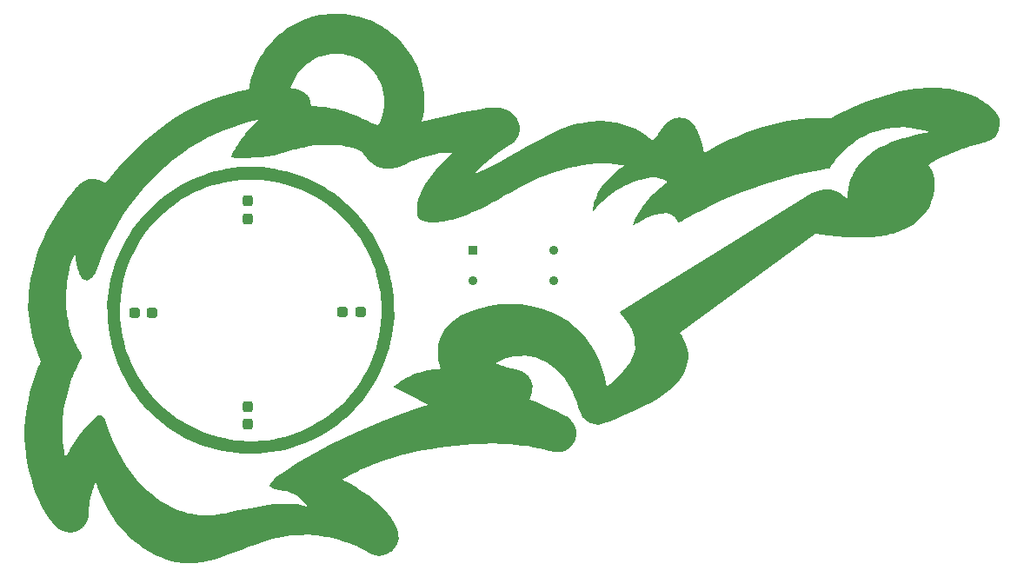
<source format=gts>
%TF.GenerationSoftware,KiCad,Pcbnew,8.0.6*%
%TF.CreationDate,2024-11-25T21:33:12-05:00*%
%TF.ProjectId,mason-comet-ornament,6d61736f-6e2d-4636-9f6d-65742d6f726e,rev?*%
%TF.SameCoordinates,Original*%
%TF.FileFunction,Soldermask,Top*%
%TF.FilePolarity,Negative*%
%FSLAX46Y46*%
G04 Gerber Fmt 4.6, Leading zero omitted, Abs format (unit mm)*
G04 Created by KiCad (PCBNEW 8.0.6) date 2024-11-25 21:33:12*
%MOMM*%
%LPD*%
G01*
G04 APERTURE LIST*
G04 Aperture macros list*
%AMRoundRect*
0 Rectangle with rounded corners*
0 $1 Rounding radius*
0 $2 $3 $4 $5 $6 $7 $8 $9 X,Y pos of 4 corners*
0 Add a 4 corners polygon primitive as box body*
4,1,4,$2,$3,$4,$5,$6,$7,$8,$9,$2,$3,0*
0 Add four circle primitives for the rounded corners*
1,1,$1+$1,$2,$3*
1,1,$1+$1,$4,$5*
1,1,$1+$1,$6,$7*
1,1,$1+$1,$8,$9*
0 Add four rect primitives between the rounded corners*
20,1,$1+$1,$2,$3,$4,$5,0*
20,1,$1+$1,$4,$5,$6,$7,0*
20,1,$1+$1,$6,$7,$8,$9,0*
20,1,$1+$1,$8,$9,$2,$3,0*%
G04 Aperture macros list end*
%ADD10C,0.000000*%
%ADD11RoundRect,0.237500X-0.287500X-0.237500X0.287500X-0.237500X0.287500X0.237500X-0.287500X0.237500X0*%
%ADD12RoundRect,0.237500X0.237500X-0.287500X0.237500X0.287500X-0.237500X0.287500X-0.237500X-0.287500X0*%
%ADD13RoundRect,0.237500X-0.237500X0.287500X-0.237500X-0.287500X0.237500X-0.287500X0.237500X0.287500X0*%
%ADD14RoundRect,0.237500X0.287500X0.237500X-0.287500X0.237500X-0.287500X-0.237500X0.287500X-0.237500X0*%
%ADD15R,0.850000X0.850000*%
%ADD16C,0.900000*%
G04 APERTURE END LIST*
D10*
G36*
X46500000Y-35000000D02*
G01*
X47091073Y-35088936D01*
X47672978Y-35200548D01*
X48245276Y-35334401D01*
X48807522Y-35490062D01*
X49359276Y-35667098D01*
X49900095Y-35865074D01*
X50429536Y-36083556D01*
X50947159Y-36322112D01*
X51452520Y-36580308D01*
X51945179Y-36857710D01*
X52424691Y-37153883D01*
X52890617Y-37468396D01*
X53342513Y-37800813D01*
X53779937Y-38150701D01*
X54202448Y-38517627D01*
X54609603Y-38901157D01*
X55000960Y-39300858D01*
X55376078Y-39716295D01*
X55734513Y-40147034D01*
X56075825Y-40592643D01*
X56399570Y-41052688D01*
X56705307Y-41526735D01*
X56992594Y-42014349D01*
X57260988Y-42515099D01*
X57510048Y-43028549D01*
X57739331Y-43554267D01*
X57948396Y-44091818D01*
X58136800Y-44640770D01*
X58304102Y-45200687D01*
X58449858Y-45771137D01*
X58573628Y-46351686D01*
X58674969Y-46941901D01*
X58762817Y-47521720D01*
X58786068Y-48522170D01*
X58809322Y-49522627D01*
X58760746Y-50055411D01*
X58686276Y-50708088D01*
X58583562Y-51350539D01*
X58453241Y-51982151D01*
X58295945Y-52602314D01*
X58112310Y-53210413D01*
X57902970Y-53805838D01*
X57668561Y-54387976D01*
X57409715Y-54956214D01*
X57127068Y-55509941D01*
X56821255Y-56048544D01*
X56492910Y-56571411D01*
X56142668Y-57077930D01*
X55771163Y-57567489D01*
X55379029Y-58039475D01*
X54966902Y-58493277D01*
X54535416Y-58928282D01*
X54085205Y-59343877D01*
X53616904Y-59739451D01*
X53131148Y-60114392D01*
X52628571Y-60468086D01*
X52109807Y-60799923D01*
X51575492Y-61109290D01*
X51026260Y-61395574D01*
X50462745Y-61658164D01*
X49885582Y-61896446D01*
X49295405Y-62109810D01*
X48692850Y-62297643D01*
X48078550Y-62459332D01*
X47453140Y-62594265D01*
X46817255Y-62701831D01*
X46171529Y-62781416D01*
X45516598Y-62832409D01*
X45516598Y-62831891D01*
X45222042Y-62847514D01*
X44971454Y-62859532D01*
X44791383Y-62866772D01*
X44736088Y-62868234D01*
X44708378Y-62868062D01*
X44493651Y-62854843D01*
X44064487Y-62830861D01*
X43388934Y-62777692D01*
X42722956Y-62692891D01*
X42067295Y-62577223D01*
X41422696Y-62431455D01*
X40789900Y-62256353D01*
X40169651Y-62052681D01*
X39562691Y-61821207D01*
X38969764Y-61562695D01*
X38391612Y-61277911D01*
X37828978Y-60967623D01*
X37282606Y-60632594D01*
X36753238Y-60273592D01*
X36241616Y-59891381D01*
X35748485Y-59486729D01*
X35274586Y-59060400D01*
X34820664Y-58613160D01*
X34387459Y-58145776D01*
X33975716Y-57659012D01*
X33586178Y-57153636D01*
X33219587Y-56630413D01*
X32876686Y-56090108D01*
X32558218Y-55533487D01*
X32264926Y-54961317D01*
X31997553Y-54374363D01*
X31756842Y-53773391D01*
X31543536Y-53159166D01*
X31358377Y-52532456D01*
X31202109Y-51894024D01*
X31075474Y-51244638D01*
X30979216Y-50585063D01*
X30914076Y-49916065D01*
X30900288Y-49635283D01*
X32102429Y-49635283D01*
X32169092Y-50233183D01*
X32245849Y-50806983D01*
X32346820Y-51371876D01*
X32471465Y-51927342D01*
X32619242Y-52472860D01*
X32789610Y-53007907D01*
X32982029Y-53531962D01*
X33195957Y-54044504D01*
X33430853Y-54545011D01*
X33686177Y-55032962D01*
X33961388Y-55507834D01*
X34255943Y-55969106D01*
X34569304Y-56416258D01*
X34900928Y-56848766D01*
X35250274Y-57266111D01*
X35616802Y-57667769D01*
X35999971Y-58053220D01*
X36399239Y-58421941D01*
X36814065Y-58773413D01*
X37243910Y-59107112D01*
X37688231Y-59422517D01*
X38146488Y-59719107D01*
X38618140Y-59996361D01*
X39102645Y-60253756D01*
X39599463Y-60490771D01*
X40108053Y-60706884D01*
X40627874Y-60901575D01*
X41158384Y-61074321D01*
X41699044Y-61224600D01*
X42249311Y-61351892D01*
X42808645Y-61455675D01*
X43376505Y-61535427D01*
X43952351Y-61590626D01*
X44565429Y-61620800D01*
X45173888Y-61621004D01*
X45776952Y-61591861D01*
X46373846Y-61533991D01*
X46963796Y-61448017D01*
X47546026Y-61334561D01*
X48119761Y-61194243D01*
X48684226Y-61027687D01*
X49238646Y-60835514D01*
X49782246Y-60618345D01*
X50314251Y-60376803D01*
X50833886Y-60111509D01*
X51340376Y-59823085D01*
X51832945Y-59512152D01*
X52310819Y-59179333D01*
X52773222Y-58825250D01*
X53219380Y-58450523D01*
X53648518Y-58055775D01*
X54059859Y-57641627D01*
X54452631Y-57208702D01*
X54826056Y-56757621D01*
X55179361Y-56289006D01*
X55511769Y-55803478D01*
X55822507Y-55301660D01*
X56110799Y-54784173D01*
X56375870Y-54251639D01*
X56616944Y-53704680D01*
X56833248Y-53143917D01*
X57024005Y-52569973D01*
X57188441Y-51983469D01*
X57325781Y-51385026D01*
X57435249Y-50775267D01*
X57522064Y-50215613D01*
X57543251Y-49196547D01*
X57564953Y-48177489D01*
X57517933Y-47683982D01*
X57450695Y-47112203D01*
X57358727Y-46548612D01*
X57242588Y-45993761D01*
X57102837Y-45448202D01*
X56940033Y-44912487D01*
X56754735Y-44387167D01*
X56547501Y-43872795D01*
X56318892Y-43369921D01*
X56069464Y-42879099D01*
X55799779Y-42400880D01*
X55510394Y-41935815D01*
X55201869Y-41484456D01*
X54874762Y-41047356D01*
X54529633Y-40625066D01*
X54167040Y-40218138D01*
X53787542Y-39827123D01*
X53391699Y-39452574D01*
X52980069Y-39095043D01*
X52553211Y-38755081D01*
X52111684Y-38433240D01*
X51656047Y-38130072D01*
X51186860Y-37846129D01*
X50704680Y-37581962D01*
X50210067Y-37338124D01*
X49703580Y-37115166D01*
X49185778Y-36913640D01*
X48657220Y-36734098D01*
X48118464Y-36577092D01*
X47570070Y-36443174D01*
X47012597Y-36332894D01*
X46446603Y-36246806D01*
X45872648Y-36185462D01*
X45275787Y-36134814D01*
X44442760Y-36160136D01*
X43867619Y-36190356D01*
X43299318Y-36245505D01*
X42738420Y-36325080D01*
X42185491Y-36428579D01*
X41641095Y-36555502D01*
X41105796Y-36705346D01*
X40580161Y-36877611D01*
X40064752Y-37071795D01*
X39560135Y-37287395D01*
X39066875Y-37523912D01*
X38585535Y-37780843D01*
X38116681Y-38057686D01*
X37660877Y-38353941D01*
X37218688Y-38669106D01*
X36790679Y-39002678D01*
X36377414Y-39354158D01*
X35979457Y-39723043D01*
X35597374Y-40108831D01*
X35231729Y-40511022D01*
X34883086Y-40929113D01*
X34552011Y-41362604D01*
X34239067Y-41810993D01*
X33944820Y-42273777D01*
X33669835Y-42750456D01*
X33414675Y-43240529D01*
X33179905Y-43743493D01*
X32966090Y-44258848D01*
X32773796Y-44786091D01*
X32603585Y-45324721D01*
X32456023Y-45874237D01*
X32331675Y-46434137D01*
X32231105Y-47003920D01*
X32144805Y-47563574D01*
X32123617Y-48599684D01*
X32102429Y-49635283D01*
X30900288Y-49635283D01*
X30880799Y-49238410D01*
X30856512Y-48261206D01*
X30906638Y-47705168D01*
X30975838Y-47088010D01*
X31070352Y-46479780D01*
X31189672Y-45881005D01*
X31333290Y-45292211D01*
X31500696Y-44713928D01*
X31691383Y-44146682D01*
X31904841Y-43591001D01*
X32140562Y-43047412D01*
X32398037Y-42516444D01*
X32676759Y-41998622D01*
X32976217Y-41494476D01*
X33295904Y-41004532D01*
X33635312Y-40529318D01*
X33993931Y-40069361D01*
X34371253Y-39625189D01*
X34766769Y-39197330D01*
X35179972Y-38786311D01*
X35610351Y-38392659D01*
X36057399Y-38016902D01*
X36520607Y-37659568D01*
X36999467Y-37321183D01*
X37493469Y-37002276D01*
X38002106Y-36703374D01*
X38524869Y-36425004D01*
X39061248Y-36167695D01*
X39610737Y-35931973D01*
X40172825Y-35718366D01*
X40747005Y-35527401D01*
X41332767Y-35359607D01*
X41929604Y-35215510D01*
X42537007Y-35095638D01*
X43154467Y-35000518D01*
X43693451Y-34928688D01*
X44812246Y-34927654D01*
X45931042Y-34926105D01*
X46500000Y-35000000D01*
G37*
G36*
X53159320Y-19960100D02*
G01*
X53159265Y-19960099D01*
X53159540Y-19960095D01*
X53159320Y-19960100D01*
G37*
G36*
X53585258Y-19970630D02*
G01*
X54008360Y-20002084D01*
X54427868Y-20054169D01*
X54843077Y-20126593D01*
X55253284Y-20219064D01*
X55657783Y-20331292D01*
X56055872Y-20462984D01*
X56446844Y-20613848D01*
X56829997Y-20783593D01*
X57204627Y-20971928D01*
X57570028Y-21178560D01*
X57925496Y-21403198D01*
X58270329Y-21645550D01*
X58603820Y-21905325D01*
X58925266Y-22182231D01*
X59233963Y-22475976D01*
X59527728Y-22784654D01*
X59804655Y-23106083D01*
X60064452Y-23439559D01*
X60306826Y-23784378D01*
X60531487Y-24139836D01*
X60738143Y-24505230D01*
X60926501Y-24879856D01*
X61096271Y-25263009D01*
X61247160Y-25653987D01*
X61378877Y-26052085D01*
X61491130Y-26456599D01*
X61583628Y-26866826D01*
X61656078Y-27282062D01*
X61708190Y-27701603D01*
X61739670Y-28124745D01*
X61750229Y-28550785D01*
X61744081Y-28795734D01*
X61730960Y-29040259D01*
X61710885Y-29284211D01*
X61683873Y-29527442D01*
X61649943Y-29769805D01*
X61609114Y-30011151D01*
X61561404Y-30251334D01*
X61506832Y-30490203D01*
X63287390Y-30057603D01*
X64062668Y-29878060D01*
X64771877Y-29720927D01*
X65422966Y-29584635D01*
X66023885Y-29467613D01*
X66582582Y-29368293D01*
X67107006Y-29285102D01*
X67852699Y-29175033D01*
X68495037Y-29170902D01*
X69137375Y-29167282D01*
X69406609Y-29239112D01*
X69572713Y-29289595D01*
X69730354Y-29349462D01*
X69879434Y-29418165D01*
X70019855Y-29495156D01*
X70151520Y-29579889D01*
X70274331Y-29671817D01*
X70388191Y-29770391D01*
X70493002Y-29875065D01*
X70588667Y-29985290D01*
X70675087Y-30100521D01*
X70752166Y-30220209D01*
X70819806Y-30343806D01*
X70877909Y-30470767D01*
X70926378Y-30600543D01*
X70965116Y-30732586D01*
X70994024Y-30866351D01*
X71013005Y-31001288D01*
X71021962Y-31136852D01*
X71020796Y-31272494D01*
X71009411Y-31407667D01*
X70987710Y-31541823D01*
X70955593Y-31674417D01*
X70912964Y-31804899D01*
X70859726Y-31932723D01*
X70795780Y-32057341D01*
X70721029Y-32178207D01*
X70635376Y-32294772D01*
X70538723Y-32406489D01*
X70430973Y-32512811D01*
X70312028Y-32613191D01*
X70181789Y-32707081D01*
X70040161Y-32793933D01*
X69798357Y-32936721D01*
X69538513Y-33101539D01*
X69265555Y-33284363D01*
X68984412Y-33481168D01*
X68700012Y-33687928D01*
X68417281Y-33900619D01*
X68141148Y-34115216D01*
X67876542Y-34327692D01*
X67628388Y-34534024D01*
X67401616Y-34730186D01*
X67201152Y-34912153D01*
X67031926Y-35075901D01*
X66898864Y-35217403D01*
X66806894Y-35332635D01*
X66777858Y-35379142D01*
X66760944Y-35417572D01*
X66756766Y-35447422D01*
X66765942Y-35468189D01*
X66812127Y-35477094D01*
X66903572Y-35458681D01*
X67214345Y-35343919D01*
X67682471Y-35131933D01*
X68292161Y-34830753D01*
X69027624Y-34448410D01*
X69873069Y-33992934D01*
X70812708Y-33472354D01*
X71830749Y-32894702D01*
X72480454Y-32527170D01*
X73146655Y-32159131D01*
X73751120Y-31833316D01*
X74215614Y-31592456D01*
X75109104Y-31145973D01*
X75645504Y-30973377D01*
X75987098Y-30870096D01*
X76336883Y-30777155D01*
X76693724Y-30694744D01*
X77056486Y-30623054D01*
X77424033Y-30562275D01*
X77795231Y-30512598D01*
X78168944Y-30474213D01*
X78544037Y-30447311D01*
X79041683Y-30418884D01*
X79580143Y-30467464D01*
X79877235Y-30499063D01*
X80168892Y-30540006D01*
X80455061Y-30590271D01*
X80735686Y-30649836D01*
X81010715Y-30718681D01*
X81280093Y-30796784D01*
X81543767Y-30884124D01*
X81801682Y-30980680D01*
X82053785Y-31086431D01*
X82300021Y-31201355D01*
X82540336Y-31325431D01*
X82774678Y-31458638D01*
X83002991Y-31600955D01*
X83225222Y-31752360D01*
X83441317Y-31912833D01*
X83651222Y-32082351D01*
X83711870Y-32133091D01*
X83769156Y-32180437D01*
X83821781Y-32223350D01*
X83868447Y-32260790D01*
X83907855Y-32291720D01*
X83938707Y-32315098D01*
X83950518Y-32323632D01*
X83959702Y-32329888D01*
X83966098Y-32333736D01*
X83968200Y-32334718D01*
X83969543Y-32335048D01*
X83984178Y-32326557D01*
X84010126Y-32302173D01*
X84090872Y-32212260D01*
X84201600Y-32078381D01*
X84332126Y-31913606D01*
X84472267Y-31731005D01*
X84611841Y-31543648D01*
X84740665Y-31364607D01*
X84848557Y-31206951D01*
X84932817Y-31082544D01*
X85015531Y-30967496D01*
X85097181Y-30861444D01*
X85178250Y-30764028D01*
X85259220Y-30674888D01*
X85340576Y-30593661D01*
X85422799Y-30519988D01*
X85506372Y-30453506D01*
X85591780Y-30393856D01*
X85679504Y-30340675D01*
X85770028Y-30293604D01*
X85863835Y-30252281D01*
X85961407Y-30216345D01*
X86063228Y-30185434D01*
X86169780Y-30159189D01*
X86281547Y-30137249D01*
X86559570Y-30089191D01*
X86854118Y-30138797D01*
X87148674Y-30188411D01*
X87429787Y-30329486D01*
X87710396Y-30469528D01*
X87919685Y-30690708D01*
X87981435Y-30762208D01*
X88044101Y-30846876D01*
X88107449Y-30944132D01*
X88171247Y-31053400D01*
X88235261Y-31174100D01*
X88299259Y-31305656D01*
X88363008Y-31447488D01*
X88426273Y-31599020D01*
X88550425Y-31928868D01*
X88669850Y-32290576D01*
X88782684Y-32679520D01*
X88887062Y-33091075D01*
X88923196Y-33247013D01*
X88938321Y-33308555D01*
X88952891Y-33359564D01*
X88960298Y-33381216D01*
X88967961Y-33400352D01*
X88976014Y-33417012D01*
X88984587Y-33431235D01*
X88993812Y-33443059D01*
X89003822Y-33452524D01*
X89014748Y-33459670D01*
X89026722Y-33464535D01*
X89039876Y-33467158D01*
X89054342Y-33467580D01*
X89070251Y-33465838D01*
X89087736Y-33461972D01*
X89106928Y-33456022D01*
X89127959Y-33448026D01*
X89176067Y-33426055D01*
X89233114Y-33396372D01*
X89300154Y-33359292D01*
X89468437Y-33264190D01*
X90160964Y-32888085D01*
X90857174Y-32534900D01*
X91556129Y-32204901D01*
X92256891Y-31898350D01*
X92958522Y-31615514D01*
X93660086Y-31356655D01*
X94360643Y-31122039D01*
X95059257Y-30911929D01*
X95754991Y-30726590D01*
X96446905Y-30566286D01*
X97134063Y-30431281D01*
X97815527Y-30321840D01*
X98490360Y-30238227D01*
X99157623Y-30180707D01*
X99816379Y-30149543D01*
X100465691Y-30145000D01*
X101335915Y-30156883D01*
X101936912Y-29839077D01*
X102481129Y-29559657D01*
X103029549Y-29293908D01*
X103581078Y-29042166D01*
X104134620Y-28804768D01*
X104689079Y-28582050D01*
X105243360Y-28374350D01*
X105796368Y-28182004D01*
X106347006Y-28005349D01*
X106894179Y-27844721D01*
X107436792Y-27700457D01*
X107973749Y-27572894D01*
X108503954Y-27462369D01*
X109026312Y-27369218D01*
X109539727Y-27293779D01*
X110043104Y-27236387D01*
X110535347Y-27197380D01*
X111239708Y-27154488D01*
X111873772Y-27195309D01*
X112116859Y-27214224D01*
X112359790Y-27239509D01*
X112843623Y-27308429D01*
X113322157Y-27400545D01*
X113792279Y-27514336D01*
X114250876Y-27648280D01*
X114694836Y-27800853D01*
X115121045Y-27970534D01*
X115526390Y-28155801D01*
X115907758Y-28355130D01*
X116262037Y-28567001D01*
X116428045Y-28677163D01*
X116586113Y-28789890D01*
X116735852Y-28904990D01*
X116876873Y-29022275D01*
X117008786Y-29141552D01*
X117131203Y-29262634D01*
X117243735Y-29385327D01*
X117345993Y-29509444D01*
X117437586Y-29634793D01*
X117518127Y-29761184D01*
X117587225Y-29888426D01*
X117644493Y-30016330D01*
X117734917Y-30242153D01*
X117756111Y-30596653D01*
X117777290Y-30951671D01*
X117705971Y-31197654D01*
X117660612Y-31339360D01*
X117608614Y-31472535D01*
X117549621Y-31597469D01*
X117483278Y-31714451D01*
X117409230Y-31823769D01*
X117327123Y-31925714D01*
X117236601Y-32020575D01*
X117137308Y-32108641D01*
X117028891Y-32190200D01*
X116910993Y-32265543D01*
X116783260Y-32334959D01*
X116645337Y-32398736D01*
X116496869Y-32457165D01*
X116337500Y-32510533D01*
X116166876Y-32559131D01*
X115984642Y-32603248D01*
X115655641Y-32682897D01*
X115302256Y-32779832D01*
X114929873Y-32891851D01*
X114543878Y-33016754D01*
X114149657Y-33152337D01*
X113752596Y-33296398D01*
X112971502Y-33601148D01*
X112598241Y-33757433D01*
X112243685Y-33913388D01*
X111913221Y-34066811D01*
X111612236Y-34215500D01*
X111346114Y-34357254D01*
X111120244Y-34489870D01*
X110940009Y-34611146D01*
X110810799Y-34718879D01*
X110810253Y-34719888D01*
X110810144Y-34721401D01*
X110811195Y-34725883D01*
X110813874Y-34732214D01*
X110818105Y-34740285D01*
X110830909Y-34761207D01*
X110848989Y-34787768D01*
X110871727Y-34819091D01*
X110898503Y-34854294D01*
X110928697Y-34892499D01*
X110961693Y-34932827D01*
X111001544Y-34981897D01*
X111039050Y-35030544D01*
X111074299Y-35078947D01*
X111107378Y-35127289D01*
X111138373Y-35175750D01*
X111167373Y-35224511D01*
X111194465Y-35273753D01*
X111219736Y-35323657D01*
X111243273Y-35374403D01*
X111265164Y-35426174D01*
X111285496Y-35479149D01*
X111304357Y-35533509D01*
X111321833Y-35589437D01*
X111338012Y-35647112D01*
X111352982Y-35706715D01*
X111366829Y-35768428D01*
X111425224Y-36043864D01*
X111425224Y-37162657D01*
X111348228Y-37535769D01*
X111327606Y-37629658D01*
X111304422Y-37724860D01*
X111278800Y-37821053D01*
X111250862Y-37917916D01*
X111188531Y-38112371D01*
X111118416Y-38305657D01*
X111041500Y-38495208D01*
X111000799Y-38587780D01*
X110958767Y-38678456D01*
X110915528Y-38766914D01*
X110871204Y-38852834D01*
X110825917Y-38935895D01*
X110779793Y-39015776D01*
X110577217Y-39356322D01*
X110100761Y-39840014D01*
X109623787Y-40324225D01*
X109292549Y-40539713D01*
X109123593Y-40645390D01*
X108949533Y-40746357D01*
X108770257Y-40842652D01*
X108585657Y-40934313D01*
X108395620Y-41021376D01*
X108200039Y-41103879D01*
X107998801Y-41181861D01*
X107791798Y-41255359D01*
X107578918Y-41324410D01*
X107360052Y-41389051D01*
X107135089Y-41449321D01*
X106903920Y-41505258D01*
X106666433Y-41556898D01*
X106422520Y-41604279D01*
X106172069Y-41647439D01*
X105914970Y-41686415D01*
X105397179Y-41759795D01*
X104029304Y-41758761D01*
X102661934Y-41757727D01*
X102019600Y-41687960D01*
X101707753Y-41652264D01*
X101333460Y-41606407D01*
X100943731Y-41556241D01*
X100585579Y-41507617D01*
X99793373Y-41395991D01*
X93206184Y-46238593D01*
X86618477Y-51081191D01*
X86838097Y-51409339D01*
X86885991Y-51483133D01*
X86932365Y-51559085D01*
X86977142Y-51637007D01*
X87020246Y-51716711D01*
X87061600Y-51798008D01*
X87101128Y-51880709D01*
X87138754Y-51964628D01*
X87174400Y-52049576D01*
X87207991Y-52135365D01*
X87239450Y-52221806D01*
X87268699Y-52308711D01*
X87295664Y-52395893D01*
X87320268Y-52483163D01*
X87342433Y-52570332D01*
X87362083Y-52657214D01*
X87379143Y-52743619D01*
X87439613Y-53074864D01*
X87417397Y-53489308D01*
X87396202Y-53903752D01*
X87290260Y-54268071D01*
X87196794Y-54546914D01*
X87080106Y-54821446D01*
X86939884Y-55091954D01*
X86775816Y-55358728D01*
X86587588Y-55622056D01*
X86374888Y-55882227D01*
X86137404Y-56139529D01*
X85874823Y-56394250D01*
X85586833Y-56646680D01*
X85273120Y-56897108D01*
X84933373Y-57145820D01*
X84567278Y-57393107D01*
X84174524Y-57639257D01*
X83754797Y-57884558D01*
X83307785Y-58129299D01*
X82833176Y-58373768D01*
X82306612Y-58628274D01*
X81733265Y-58890043D01*
X81141369Y-59147628D01*
X80559157Y-59389580D01*
X80014862Y-59604453D01*
X79536718Y-59780799D01*
X79152958Y-59907170D01*
X79005295Y-59948038D01*
X78891815Y-59972119D01*
X78625683Y-60014493D01*
X78356968Y-59972119D01*
X78206023Y-59943251D01*
X78062622Y-59905523D01*
X77926586Y-59858755D01*
X77797733Y-59802764D01*
X77675885Y-59737372D01*
X77560859Y-59662396D01*
X77452477Y-59577657D01*
X77350557Y-59482975D01*
X77254920Y-59378167D01*
X77165384Y-59263055D01*
X77081770Y-59137457D01*
X77003898Y-59001193D01*
X76931586Y-58854081D01*
X76864654Y-58695942D01*
X76802923Y-58526596D01*
X76746212Y-58345860D01*
X76579305Y-57822205D01*
X76390798Y-57323070D01*
X76181442Y-56849228D01*
X75951986Y-56401452D01*
X75703179Y-55980518D01*
X75435773Y-55587198D01*
X75150515Y-55222267D01*
X75001427Y-55050689D01*
X74848156Y-54886499D01*
X74690798Y-54729793D01*
X74529446Y-54580667D01*
X74364194Y-54439219D01*
X74195134Y-54305545D01*
X74022362Y-54179743D01*
X73845971Y-54061908D01*
X73666053Y-53952137D01*
X73482704Y-53850528D01*
X73296017Y-53757177D01*
X73106086Y-53672181D01*
X72913003Y-53595636D01*
X72716864Y-53527639D01*
X72517761Y-53468287D01*
X72315789Y-53417676D01*
X72111041Y-53375904D01*
X71903610Y-53343068D01*
X71520176Y-53290867D01*
X70970856Y-53314129D01*
X70422054Y-53336865D01*
X70007603Y-53443829D01*
X69932514Y-53464527D01*
X69851921Y-53489149D01*
X69766930Y-53517217D01*
X69678644Y-53548257D01*
X69496606Y-53617345D01*
X69314644Y-53692606D01*
X69141594Y-53770229D01*
X68986291Y-53846408D01*
X68918056Y-53882766D01*
X68857571Y-53917334D01*
X68805941Y-53949637D01*
X68764271Y-53979199D01*
X68681587Y-54043286D01*
X68909481Y-54144566D01*
X69057547Y-54206510D01*
X69217558Y-54266306D01*
X69387536Y-54323397D01*
X69565502Y-54377221D01*
X69749477Y-54427220D01*
X69937482Y-54472834D01*
X70127537Y-54513505D01*
X70317665Y-54548672D01*
X70521607Y-54586970D01*
X70711844Y-54630339D01*
X70888855Y-54679140D01*
X71053121Y-54733734D01*
X71130625Y-54763316D01*
X71205122Y-54794481D01*
X71276673Y-54827275D01*
X71345337Y-54861742D01*
X71411175Y-54897927D01*
X71474247Y-54935875D01*
X71534612Y-54975632D01*
X71592331Y-55017243D01*
X71647464Y-55060752D01*
X71700070Y-55106205D01*
X71750210Y-55153646D01*
X71797944Y-55203121D01*
X71843331Y-55254675D01*
X71886432Y-55308353D01*
X71927307Y-55364199D01*
X71966015Y-55422259D01*
X72002617Y-55482578D01*
X72037172Y-55545201D01*
X72069741Y-55610173D01*
X72100384Y-55677539D01*
X72129160Y-55747344D01*
X72156130Y-55819633D01*
X72204891Y-55971844D01*
X72275684Y-56216794D01*
X72257084Y-56552174D01*
X72238480Y-56887555D01*
X72124790Y-57156788D01*
X72078979Y-57266455D01*
X72038338Y-57365946D01*
X72007334Y-57444315D01*
X71996841Y-57472157D01*
X71990433Y-57490613D01*
X71970276Y-57555211D01*
X72542850Y-57798092D01*
X73237376Y-58099699D01*
X73944018Y-58418456D01*
X74607790Y-58729079D01*
X75173702Y-59006283D01*
X75780899Y-59313244D01*
X76008793Y-59559224D01*
X76059230Y-59615501D01*
X76107011Y-59672520D01*
X76152153Y-59730311D01*
X76194670Y-59788908D01*
X76234579Y-59848341D01*
X76271896Y-59908642D01*
X76306635Y-59969843D01*
X76338813Y-60031976D01*
X76368445Y-60095073D01*
X76395548Y-60159165D01*
X76420137Y-60224284D01*
X76442227Y-60290462D01*
X76461835Y-60357730D01*
X76478976Y-60426120D01*
X76493666Y-60495665D01*
X76505920Y-60566395D01*
X76549843Y-60851140D01*
X76500236Y-61141553D01*
X76487975Y-61204671D01*
X76472186Y-61272813D01*
X76453525Y-61343824D01*
X76432645Y-61415554D01*
X76410202Y-61485848D01*
X76386849Y-61552554D01*
X76363242Y-61613520D01*
X76351547Y-61641177D01*
X76340034Y-61666592D01*
X76229446Y-61901196D01*
X75977783Y-62153378D01*
X75726124Y-62405041D01*
X75490993Y-62515629D01*
X75396574Y-62557756D01*
X75303380Y-62594497D01*
X75210934Y-62625865D01*
X75118763Y-62651871D01*
X75026391Y-62672526D01*
X74933342Y-62687841D01*
X74839142Y-62697827D01*
X74743315Y-62702495D01*
X74645386Y-62701857D01*
X74544881Y-62695923D01*
X74441322Y-62684705D01*
X74334237Y-62668214D01*
X74223148Y-62646461D01*
X74107582Y-62619457D01*
X73987062Y-62587213D01*
X73861114Y-62549740D01*
X73414550Y-62422558D01*
X72931125Y-62307187D01*
X72412902Y-62203921D01*
X71861943Y-62113055D01*
X71280310Y-62034884D01*
X70670065Y-61969703D01*
X70033269Y-61917807D01*
X69371986Y-61879490D01*
X68405121Y-61834019D01*
X67382961Y-61879490D01*
X66492615Y-61926826D01*
X65622893Y-61989107D01*
X64773378Y-62066423D01*
X63943655Y-62158866D01*
X63133309Y-62266528D01*
X62341925Y-62389501D01*
X61569086Y-62527875D01*
X60814378Y-62681742D01*
X60077385Y-62851194D01*
X59357692Y-63036322D01*
X58654883Y-63237217D01*
X57968542Y-63453971D01*
X57298255Y-63686675D01*
X56643606Y-63935421D01*
X56004179Y-64200300D01*
X55379558Y-64481404D01*
X55166535Y-64583603D01*
X54921650Y-64704905D01*
X54406730Y-64968120D01*
X54171912Y-65091684D01*
X53975666Y-65197654D01*
X53835602Y-65276854D01*
X53792140Y-65303549D01*
X53769327Y-65320111D01*
X53768009Y-65322064D01*
X53767659Y-65324498D01*
X53768254Y-65327399D01*
X53769775Y-65330752D01*
X53775504Y-65338757D01*
X53784675Y-65348395D01*
X53797118Y-65359551D01*
X53812662Y-65372107D01*
X53852369Y-65400955D01*
X53902432Y-65434005D01*
X53961483Y-65470324D01*
X54028157Y-65508980D01*
X54101088Y-65549038D01*
X54578954Y-65812545D01*
X55035204Y-66080080D01*
X55469696Y-66351513D01*
X55882286Y-66626710D01*
X56272833Y-66905540D01*
X56641195Y-67187870D01*
X56987230Y-67473568D01*
X57310795Y-67762502D01*
X57611750Y-68054540D01*
X57889952Y-68349549D01*
X58145258Y-68647397D01*
X58377527Y-68947952D01*
X58586617Y-69251082D01*
X58772386Y-69556653D01*
X58934691Y-69864535D01*
X59073391Y-70174595D01*
X59180878Y-70438145D01*
X59202579Y-70780758D01*
X59224285Y-71123890D01*
X59151424Y-71393132D01*
X59110974Y-71523132D01*
X59061444Y-71648477D01*
X59003188Y-71768858D01*
X58936558Y-71883965D01*
X58861908Y-71993490D01*
X58779591Y-72097122D01*
X58689961Y-72194553D01*
X58593371Y-72285473D01*
X58490175Y-72369574D01*
X58380725Y-72446547D01*
X58265376Y-72516081D01*
X58144480Y-72577868D01*
X58018391Y-72631598D01*
X57887462Y-72676964D01*
X57752047Y-72713654D01*
X57612499Y-72741360D01*
X57317944Y-72789418D01*
X56994965Y-72723797D01*
X56671471Y-72657643D01*
X56315418Y-72453526D01*
X56016794Y-72288035D01*
X55711478Y-72130045D01*
X55399935Y-71979701D01*
X55082631Y-71837150D01*
X54760030Y-71702536D01*
X54432597Y-71576008D01*
X54100798Y-71457709D01*
X53765096Y-71347787D01*
X53425958Y-71246388D01*
X53083848Y-71153657D01*
X52739231Y-71069740D01*
X52392572Y-70994783D01*
X52044337Y-70928933D01*
X51694989Y-70872335D01*
X51344994Y-70825135D01*
X50994818Y-70787480D01*
X50463583Y-70737866D01*
X49606272Y-70760602D01*
X48748959Y-70783345D01*
X48230642Y-70871197D01*
X47802751Y-70951232D01*
X47368897Y-71048343D01*
X46915859Y-71166662D01*
X46430415Y-71310321D01*
X45899344Y-71483452D01*
X45309425Y-71690184D01*
X44647437Y-71934650D01*
X43900158Y-72220982D01*
X42871242Y-72609922D01*
X42408313Y-72775493D01*
X41975906Y-72922631D01*
X41571146Y-73051959D01*
X41191161Y-73164103D01*
X40833076Y-73259686D01*
X40494018Y-73339334D01*
X40171114Y-73403670D01*
X39861489Y-73453320D01*
X39562271Y-73488906D01*
X39270586Y-73511055D01*
X38983560Y-73520390D01*
X38698320Y-73517536D01*
X38411991Y-73503117D01*
X38121701Y-73477757D01*
X38121701Y-73478268D01*
X37796324Y-73436847D01*
X37472759Y-73380872D01*
X37151270Y-73310580D01*
X36832120Y-73226207D01*
X36201894Y-73016166D01*
X35584188Y-72752643D01*
X34981112Y-72437532D01*
X34394775Y-72072727D01*
X33827285Y-71660122D01*
X33280752Y-71201611D01*
X32757285Y-70699088D01*
X32258992Y-70154446D01*
X31787983Y-69569581D01*
X31346366Y-68946384D01*
X30936251Y-68286752D01*
X30559745Y-67592576D01*
X30218959Y-66865752D01*
X29916001Y-66108174D01*
X29847108Y-65919789D01*
X29819571Y-65845240D01*
X29795946Y-65783021D01*
X29775712Y-65732556D01*
X29758350Y-65693271D01*
X29750583Y-65677641D01*
X29743338Y-65664590D01*
X29736552Y-65654047D01*
X29730158Y-65645939D01*
X29724091Y-65640196D01*
X29718287Y-65636744D01*
X29715463Y-65635855D01*
X29712680Y-65635512D01*
X29709931Y-65635706D01*
X29707206Y-65636428D01*
X29701799Y-65639421D01*
X29696394Y-65644418D01*
X29690927Y-65651347D01*
X29685332Y-65660138D01*
X29679544Y-65670717D01*
X29673498Y-65683013D01*
X29660372Y-65712469D01*
X29628164Y-65788823D01*
X29566601Y-65939631D01*
X29507242Y-66099275D01*
X29450331Y-66266581D01*
X29396110Y-66440374D01*
X29344826Y-66619481D01*
X29296721Y-66802728D01*
X29211025Y-67176948D01*
X29140976Y-67553642D01*
X29112428Y-67739983D01*
X29088523Y-67923420D01*
X29069506Y-68102781D01*
X29055621Y-68276891D01*
X29047110Y-68444577D01*
X29044219Y-68604664D01*
X29042280Y-68695769D01*
X29036505Y-68785614D01*
X29026965Y-68874119D01*
X29013727Y-68961205D01*
X28996858Y-69046791D01*
X28976428Y-69130800D01*
X28952503Y-69213151D01*
X28925153Y-69293764D01*
X28894445Y-69372561D01*
X28860447Y-69449462D01*
X28823227Y-69524387D01*
X28782854Y-69597257D01*
X28739395Y-69667992D01*
X28692919Y-69736514D01*
X28643494Y-69802741D01*
X28591187Y-69866596D01*
X28536067Y-69927998D01*
X28478202Y-69986868D01*
X28417659Y-70043126D01*
X28354508Y-70096694D01*
X28288815Y-70147491D01*
X28220650Y-70195438D01*
X28150080Y-70240456D01*
X28077173Y-70282464D01*
X28001997Y-70321385D01*
X27924621Y-70357137D01*
X27845112Y-70389642D01*
X27763539Y-70418821D01*
X27679969Y-70444593D01*
X27594471Y-70466879D01*
X27507113Y-70485600D01*
X27417962Y-70500676D01*
X27179218Y-70535817D01*
X26904298Y-70496541D01*
X26726618Y-70458509D01*
X26547991Y-70395185D01*
X26368831Y-70307494D01*
X26189552Y-70196359D01*
X25832290Y-69907460D01*
X25479515Y-69535886D01*
X25134535Y-69089036D01*
X24800660Y-68574309D01*
X24481199Y-67999102D01*
X24179461Y-67370814D01*
X23898755Y-66696843D01*
X23642390Y-65984587D01*
X23413676Y-65241446D01*
X23215920Y-64474816D01*
X23052433Y-63692097D01*
X22926524Y-62900687D01*
X22841501Y-62107983D01*
X22800673Y-61321385D01*
X22777420Y-60285794D01*
X22843048Y-59601597D01*
X22859898Y-59456906D01*
X26501739Y-59456906D01*
X26503807Y-60513684D01*
X26505357Y-61569951D01*
X26592690Y-62215390D01*
X26630276Y-62483216D01*
X26668146Y-62735483D01*
X26701877Y-62943840D01*
X26715809Y-63022693D01*
X26727049Y-63079937D01*
X26774074Y-63299565D01*
X27012302Y-62827244D01*
X27143825Y-62574868D01*
X27284322Y-62321703D01*
X27432950Y-62068844D01*
X27588867Y-61817385D01*
X27751231Y-61568421D01*
X27919199Y-61323047D01*
X28091927Y-61082358D01*
X28268574Y-60847447D01*
X28448297Y-60619410D01*
X28630253Y-60399341D01*
X28813599Y-60188335D01*
X28997493Y-59987487D01*
X29181093Y-59797890D01*
X29363555Y-59620641D01*
X29544038Y-59456833D01*
X29721697Y-59307561D01*
X29922203Y-59145810D01*
X30337163Y-59145810D01*
X30471523Y-59280690D01*
X30605364Y-59415562D01*
X30761427Y-59912694D01*
X31066777Y-60800469D01*
X31414478Y-61654986D01*
X31802180Y-62473836D01*
X32227533Y-63254611D01*
X32688187Y-63994905D01*
X33181791Y-64692310D01*
X33705997Y-65344418D01*
X34258452Y-65948822D01*
X34836808Y-66503113D01*
X35438714Y-67004885D01*
X35747764Y-67235324D01*
X36061820Y-67451730D01*
X36380589Y-67653802D01*
X36703776Y-67841240D01*
X37031088Y-68013742D01*
X37362231Y-68171008D01*
X37696912Y-68312736D01*
X38034836Y-68438626D01*
X38375710Y-68548377D01*
X38719240Y-68641687D01*
X39065133Y-68718256D01*
X39413094Y-68777783D01*
X39414127Y-68777783D01*
X39504824Y-68789070D01*
X39615510Y-68799735D01*
X39741911Y-68809537D01*
X39879754Y-68818236D01*
X40024763Y-68825593D01*
X40172667Y-68831367D01*
X40319190Y-68835319D01*
X40460058Y-68837208D01*
X41123066Y-68841343D01*
X41537514Y-68782429D01*
X41728694Y-68752754D01*
X41942923Y-68715574D01*
X42154047Y-68675648D01*
X42335913Y-68637738D01*
X42937734Y-68507367D01*
X43571191Y-68376933D01*
X44859525Y-68129339D01*
X46053941Y-67921874D01*
X46569999Y-67841604D01*
X47007461Y-67781460D01*
X47587788Y-67709118D01*
X49162369Y-67709118D01*
X49490000Y-67781460D01*
X49561317Y-67798065D01*
X49638545Y-67817472D01*
X49719235Y-67838973D01*
X49800939Y-67861857D01*
X49881209Y-67885414D01*
X49957596Y-67908934D01*
X50027653Y-67931707D01*
X50088930Y-67953023D01*
X50202791Y-67993575D01*
X50247948Y-68008515D01*
X50285411Y-68019530D01*
X50315300Y-68026346D01*
X50327441Y-68028092D01*
X50337732Y-68028685D01*
X50346188Y-68028090D01*
X50352824Y-68026273D01*
X50357655Y-68023200D01*
X50360695Y-68018835D01*
X50361959Y-68013144D01*
X50361462Y-68006094D01*
X50359218Y-67997648D01*
X50355242Y-67987774D01*
X50349549Y-67976437D01*
X50342154Y-67963602D01*
X50322316Y-67933300D01*
X50295844Y-67896593D01*
X50262857Y-67853206D01*
X50177809Y-67745289D01*
X50061983Y-67606248D01*
X49941730Y-67474691D01*
X49817026Y-67350606D01*
X49687851Y-67233983D01*
X49554182Y-67124810D01*
X49415999Y-67023078D01*
X49273278Y-66928774D01*
X49125999Y-66841889D01*
X48974140Y-66762411D01*
X48817679Y-66690329D01*
X48656595Y-66625632D01*
X48490865Y-66568310D01*
X48320468Y-66518352D01*
X48145383Y-66475746D01*
X47965587Y-66440482D01*
X47781059Y-66412549D01*
X47680311Y-66398582D01*
X47584430Y-66383484D01*
X47493440Y-66367261D01*
X47407362Y-66349922D01*
X47326221Y-66331474D01*
X47250040Y-66311925D01*
X47178842Y-66291282D01*
X47112650Y-66269553D01*
X47051488Y-66246745D01*
X46995379Y-66222867D01*
X46944345Y-66197926D01*
X46898411Y-66171929D01*
X46857600Y-66144884D01*
X46839122Y-66130971D01*
X46821934Y-66116799D01*
X46806038Y-66102368D01*
X46791437Y-66087681D01*
X46778134Y-66072737D01*
X46766132Y-66057538D01*
X46682417Y-65944874D01*
X46733578Y-65775380D01*
X46784222Y-65605877D01*
X47029684Y-65360425D01*
X47275146Y-65114956D01*
X48052877Y-64601292D01*
X49465303Y-63707262D01*
X50947270Y-62844919D01*
X52497296Y-62014970D01*
X54113898Y-61218120D01*
X55795594Y-60455076D01*
X57540899Y-59726544D01*
X59348333Y-59033228D01*
X61216412Y-58375836D01*
X61794053Y-58180667D01*
X62070625Y-58085927D01*
X62133152Y-58062153D01*
X60394237Y-57204327D01*
X58655331Y-56346501D01*
X59071323Y-56032818D01*
X59278815Y-55881399D01*
X59486711Y-55739606D01*
X59695685Y-55607185D01*
X59906411Y-55483881D01*
X60119561Y-55369442D01*
X60335810Y-55263613D01*
X60555830Y-55166142D01*
X60780294Y-55076773D01*
X61009877Y-54995254D01*
X61245252Y-54921331D01*
X61487091Y-54854749D01*
X61736069Y-54795256D01*
X61992858Y-54742597D01*
X62258133Y-54696519D01*
X62532565Y-54656767D01*
X62816830Y-54623089D01*
X63002981Y-54602644D01*
X63157568Y-54584367D01*
X63218002Y-54576650D01*
X63264518Y-54570206D01*
X63295105Y-54565277D01*
X63303797Y-54563457D01*
X63307754Y-54562108D01*
X63308807Y-54559667D01*
X63308975Y-54554630D01*
X63306801Y-54537326D01*
X63301517Y-54511314D01*
X63293412Y-54477712D01*
X63282772Y-54437639D01*
X63269883Y-54392213D01*
X63255032Y-54342553D01*
X63238506Y-54289776D01*
X63201720Y-54170228D01*
X63163398Y-54038128D01*
X63128008Y-53909508D01*
X63100017Y-53800396D01*
X63044723Y-53571995D01*
X63045761Y-52908986D01*
X63046791Y-52245976D01*
X63120686Y-51976742D01*
X63234834Y-51631044D01*
X63382545Y-51299334D01*
X63563108Y-50982078D01*
X63775814Y-50679744D01*
X64019953Y-50392800D01*
X64294817Y-50121713D01*
X64599696Y-49866950D01*
X64933879Y-49628977D01*
X65296659Y-49408263D01*
X65687324Y-49205275D01*
X66105167Y-49020479D01*
X66549476Y-48854344D01*
X67019544Y-48707336D01*
X67514659Y-48579923D01*
X68034114Y-48472571D01*
X68577198Y-48385748D01*
X69095520Y-48314429D01*
X70089771Y-48314948D01*
X71084545Y-48314948D01*
X71616291Y-48385230D01*
X72366330Y-48512168D01*
X72730233Y-48594833D01*
X73086540Y-48690115D01*
X73435111Y-48797880D01*
X73775808Y-48917994D01*
X74108492Y-49050320D01*
X74433023Y-49194725D01*
X74749262Y-49351073D01*
X75057070Y-49519231D01*
X75356308Y-49699063D01*
X75646837Y-49890434D01*
X75928518Y-50093210D01*
X76201211Y-50307256D01*
X76464778Y-50532437D01*
X76719079Y-50768618D01*
X76963976Y-51015665D01*
X77199328Y-51273443D01*
X77424998Y-51541817D01*
X77640846Y-51820652D01*
X77846733Y-52109814D01*
X78042519Y-52409167D01*
X78403235Y-53037911D01*
X78721880Y-53705805D01*
X78997342Y-54411771D01*
X79228508Y-55154730D01*
X79414265Y-55933606D01*
X79441786Y-56066057D01*
X79466596Y-56181624D01*
X79485911Y-56267880D01*
X79492638Y-56296133D01*
X79496948Y-56312398D01*
X79498120Y-56314407D01*
X79500120Y-56315572D01*
X79502928Y-56315910D01*
X79506520Y-56315437D01*
X79515974Y-56312130D01*
X79528308Y-56305790D01*
X79543346Y-56296552D01*
X79560916Y-56284557D01*
X79580843Y-56269940D01*
X79602952Y-56252840D01*
X79653022Y-56211740D01*
X79709732Y-56162360D01*
X79771687Y-56105801D01*
X79837494Y-56043164D01*
X80667419Y-55238553D01*
X80821060Y-55086568D01*
X80966211Y-54936483D01*
X81102995Y-54788114D01*
X81231535Y-54641273D01*
X81351951Y-54495775D01*
X81464367Y-54351433D01*
X81568904Y-54208062D01*
X81665685Y-54065475D01*
X81754831Y-53923486D01*
X81836464Y-53781910D01*
X81910707Y-53640559D01*
X81977682Y-53499248D01*
X82037510Y-53357792D01*
X82090314Y-53216003D01*
X82136217Y-53073695D01*
X82175339Y-52930684D01*
X82262672Y-52579808D01*
X82243034Y-52060452D01*
X82222877Y-51541106D01*
X82091103Y-51147337D01*
X82051939Y-51035887D01*
X82009432Y-50925143D01*
X81963502Y-50814978D01*
X81914073Y-50705264D01*
X81861068Y-50595873D01*
X81804409Y-50486678D01*
X81744019Y-50377552D01*
X81679821Y-50268365D01*
X81611736Y-50158992D01*
X81539689Y-50049304D01*
X81463602Y-49939173D01*
X81383397Y-49828473D01*
X81298997Y-49717075D01*
X81210325Y-49604851D01*
X81117304Y-49491674D01*
X81019855Y-49377417D01*
X80967772Y-49316756D01*
X80919191Y-49258891D01*
X80875179Y-49205176D01*
X80836801Y-49156963D01*
X80805124Y-49115604D01*
X80792131Y-49097917D01*
X80781212Y-49082450D01*
X80772502Y-49069374D01*
X80766133Y-49058856D01*
X80762239Y-49051065D01*
X80761261Y-49048246D01*
X80760952Y-49046172D01*
X83509535Y-47328456D01*
X90116966Y-43244975D01*
X99472465Y-37477374D01*
X99788734Y-37350764D01*
X99944832Y-37291580D01*
X100098040Y-37240258D01*
X100248539Y-37196799D01*
X100396508Y-37161204D01*
X100542127Y-37133473D01*
X100685576Y-37113606D01*
X100827034Y-37101606D01*
X100966682Y-37097471D01*
X101104699Y-37101204D01*
X101241266Y-37112804D01*
X101376561Y-37132272D01*
X101510764Y-37159609D01*
X101644056Y-37194815D01*
X101776616Y-37237892D01*
X101908624Y-37288840D01*
X102040260Y-37347659D01*
X102372032Y-37506304D01*
X102645927Y-37756934D01*
X102919289Y-38007571D01*
X102947716Y-37630847D01*
X103018709Y-37052058D01*
X103142296Y-36500696D01*
X103223845Y-36235274D01*
X103318580Y-35976679D01*
X103426515Y-35724900D01*
X103547661Y-35479928D01*
X103682032Y-35241751D01*
X103829641Y-35010360D01*
X103990499Y-34785746D01*
X104164619Y-34567897D01*
X104552699Y-34152456D01*
X104993980Y-33763958D01*
X105488565Y-33402322D01*
X106036553Y-33067467D01*
X106638047Y-32759313D01*
X107293148Y-32477779D01*
X108001956Y-32222784D01*
X108764572Y-31994248D01*
X109581099Y-31792090D01*
X110451637Y-31616230D01*
X110989601Y-31518562D01*
X110679527Y-31423996D01*
X110488536Y-31369268D01*
X110281026Y-31316795D01*
X110060630Y-31267269D01*
X109830984Y-31221383D01*
X109595721Y-31179830D01*
X109358475Y-31143303D01*
X109122880Y-31112494D01*
X108892570Y-31088096D01*
X108340141Y-31036933D01*
X107815620Y-31063808D01*
X107322686Y-31103314D01*
X106837324Y-31171210D01*
X106360507Y-31266935D01*
X105893207Y-31389926D01*
X105436396Y-31539623D01*
X104991047Y-31715462D01*
X104558133Y-31916883D01*
X104138626Y-32143324D01*
X103733498Y-32394221D01*
X103343723Y-32669015D01*
X102970272Y-32967143D01*
X102614118Y-33288043D01*
X102276233Y-33631153D01*
X101957590Y-33995912D01*
X101659161Y-34381757D01*
X101381920Y-34788128D01*
X101229988Y-35025836D01*
X101137489Y-35046512D01*
X101062397Y-35061286D01*
X100926193Y-35086480D01*
X100547859Y-35153999D01*
X99694206Y-35313575D01*
X98837505Y-35493729D01*
X97979061Y-35693995D01*
X97120178Y-35913905D01*
X96262160Y-36152992D01*
X95406313Y-36410788D01*
X94553939Y-36686826D01*
X93706343Y-36980639D01*
X92864829Y-37291759D01*
X92030702Y-37619718D01*
X91205266Y-37964051D01*
X90389825Y-38324289D01*
X89585683Y-38699964D01*
X88794145Y-39090611D01*
X88016515Y-39495761D01*
X87254097Y-39914946D01*
X86971869Y-40075579D01*
X86861273Y-40138620D01*
X86768516Y-40190695D01*
X86691718Y-40232218D01*
X86658717Y-40249152D01*
X86629000Y-40263603D01*
X86602334Y-40275622D01*
X86578483Y-40285262D01*
X86557211Y-40292574D01*
X86538285Y-40297610D01*
X86521469Y-40300421D01*
X86506529Y-40301060D01*
X86493228Y-40299577D01*
X86481333Y-40296025D01*
X86470609Y-40290455D01*
X86460819Y-40282920D01*
X86451731Y-40273470D01*
X86443107Y-40262157D01*
X86434715Y-40249033D01*
X86426318Y-40234151D01*
X86408571Y-40199314D01*
X86387987Y-40158061D01*
X86362686Y-40110804D01*
X86348903Y-40087336D01*
X86333369Y-40062605D01*
X86316255Y-40036821D01*
X86297735Y-40010196D01*
X86277979Y-39982939D01*
X86257160Y-39955260D01*
X86213020Y-39899479D01*
X86166692Y-39844533D01*
X86143137Y-39817899D01*
X86119551Y-39792104D01*
X86096106Y-39767359D01*
X86072974Y-39743874D01*
X86050326Y-39721860D01*
X86028335Y-39701525D01*
X85819046Y-39513423D01*
X85633522Y-39466391D01*
X85482744Y-39436794D01*
X85320113Y-39420573D01*
X85146665Y-39417422D01*
X84963432Y-39427036D01*
X84771449Y-39449111D01*
X84571751Y-39483341D01*
X84365371Y-39529422D01*
X84153344Y-39587047D01*
X83936704Y-39655913D01*
X83716484Y-39735713D01*
X83493719Y-39826143D01*
X83269443Y-39926898D01*
X83044691Y-40037672D01*
X82820496Y-40158161D01*
X82597892Y-40288059D01*
X82377914Y-40427062D01*
X82236359Y-40520189D01*
X82180343Y-40556192D01*
X82133771Y-40584574D01*
X82096343Y-40604897D01*
X82080965Y-40611901D01*
X82067761Y-40616726D01*
X82056694Y-40619318D01*
X82047726Y-40619623D01*
X82040820Y-40617586D01*
X82035939Y-40613153D01*
X82033045Y-40606269D01*
X82032102Y-40596879D01*
X82033071Y-40584929D01*
X82035915Y-40570364D01*
X82047080Y-40533172D01*
X82065299Y-40484866D01*
X82090271Y-40425011D01*
X82121700Y-40353170D01*
X82202728Y-40171782D01*
X82318823Y-39921335D01*
X82440709Y-39677595D01*
X82568726Y-39440134D01*
X82703216Y-39208522D01*
X82844520Y-38982329D01*
X82992980Y-38761127D01*
X83148937Y-38544485D01*
X83312732Y-38331975D01*
X83484706Y-38123167D01*
X83665202Y-37917631D01*
X83854560Y-37714939D01*
X84053121Y-37514661D01*
X84261227Y-37316367D01*
X84479219Y-37119628D01*
X84707439Y-36924015D01*
X84946228Y-36729098D01*
X85033893Y-36658741D01*
X85116178Y-36591821D01*
X85191250Y-36529889D01*
X85257275Y-36474494D01*
X85312423Y-36427185D01*
X85354858Y-36389511D01*
X85370736Y-36374772D01*
X85382750Y-36363023D01*
X85390669Y-36354457D01*
X85394264Y-36349268D01*
X85395136Y-36342719D01*
X85393002Y-36335335D01*
X85387989Y-36327171D01*
X85380228Y-36318282D01*
X85356973Y-36298548D01*
X85324267Y-36276574D01*
X85283139Y-36252798D01*
X85234620Y-36227658D01*
X85179740Y-36201594D01*
X85119528Y-36175046D01*
X84987230Y-36122249D01*
X84845967Y-36072779D01*
X84774548Y-36050389D01*
X84703978Y-36030149D01*
X84635287Y-36012496D01*
X84569504Y-35997870D01*
X84222237Y-35927593D01*
X83827950Y-35953430D01*
X83472326Y-35991104D01*
X83105252Y-36057394D01*
X82729365Y-36150795D01*
X82347301Y-36269798D01*
X81961695Y-36412898D01*
X81575184Y-36578589D01*
X81190403Y-36765363D01*
X80809988Y-36971714D01*
X80436576Y-37196136D01*
X80072802Y-37437122D01*
X79721302Y-37693165D01*
X79384713Y-37962759D01*
X79065669Y-38244398D01*
X78766808Y-38536574D01*
X78490766Y-38837781D01*
X78240177Y-39146514D01*
X78218974Y-39174000D01*
X78200280Y-39197139D01*
X78184012Y-39215751D01*
X78170086Y-39229656D01*
X78158421Y-39238676D01*
X78153409Y-39241298D01*
X78148931Y-39242631D01*
X78144977Y-39242653D01*
X78141535Y-39241341D01*
X78138596Y-39238673D01*
X78136148Y-39234626D01*
X78134183Y-39229179D01*
X78132689Y-39222308D01*
X78131073Y-39204207D01*
X78131217Y-39180142D01*
X78133038Y-39149936D01*
X78136453Y-39113408D01*
X78141379Y-39070379D01*
X78155430Y-38964099D01*
X78201444Y-38696154D01*
X78264734Y-38430188D01*
X78345254Y-38166272D01*
X78442953Y-37904474D01*
X78557783Y-37644864D01*
X78689696Y-37387512D01*
X78838643Y-37132488D01*
X79004575Y-36879861D01*
X79187445Y-36629700D01*
X79387203Y-36382076D01*
X79603801Y-36137058D01*
X79837190Y-35894715D01*
X80087323Y-35655118D01*
X80354149Y-35418336D01*
X80637621Y-35184438D01*
X80937691Y-34953495D01*
X81217773Y-34744720D01*
X80937691Y-34698726D01*
X80352295Y-34621891D01*
X79746707Y-34579282D01*
X79122868Y-34570426D01*
X78482719Y-34594848D01*
X77828199Y-34652074D01*
X77161250Y-34741630D01*
X76483810Y-34863040D01*
X75797821Y-35015832D01*
X75105224Y-35199531D01*
X74407958Y-35413662D01*
X73707963Y-35657751D01*
X73007181Y-35931324D01*
X72307552Y-36233907D01*
X71611015Y-36565025D01*
X70919511Y-36924204D01*
X70234981Y-37310969D01*
X69524678Y-37725148D01*
X68888165Y-38087704D01*
X68313798Y-38404665D01*
X67789929Y-38682059D01*
X67304912Y-38925914D01*
X66847101Y-39142258D01*
X66404849Y-39337119D01*
X65966511Y-39516524D01*
X65682841Y-39626210D01*
X65415457Y-39724813D01*
X65160482Y-39813537D01*
X64914042Y-39893586D01*
X64672263Y-39966164D01*
X64431269Y-40032474D01*
X64187186Y-40093720D01*
X63936138Y-40151106D01*
X63459686Y-40254977D01*
X62838016Y-40276682D01*
X62216347Y-40297869D01*
X61910431Y-40232756D01*
X61845284Y-40217887D01*
X61777309Y-40200526D01*
X61708506Y-40181303D01*
X61640875Y-40160847D01*
X61576417Y-40139787D01*
X61517132Y-40118752D01*
X61465021Y-40098372D01*
X61442281Y-40088624D01*
X61422085Y-40079276D01*
X61239151Y-39990912D01*
X61132179Y-39779555D01*
X61025207Y-39568198D01*
X61004021Y-39231265D01*
X61000662Y-38973761D01*
X61021895Y-38706359D01*
X61067448Y-38429560D01*
X61137048Y-38143861D01*
X61230422Y-37849764D01*
X61347297Y-37547766D01*
X61487400Y-37238368D01*
X61650458Y-36922068D01*
X61836198Y-36599367D01*
X62044348Y-36270763D01*
X62274634Y-35936756D01*
X62526783Y-35597845D01*
X62800523Y-35254530D01*
X63095581Y-34907309D01*
X63411684Y-34556684D01*
X63748558Y-34203151D01*
X64412598Y-33524124D01*
X63790928Y-33548412D01*
X63169266Y-33572696D01*
X62665932Y-33677604D01*
X62303504Y-33758619D01*
X61954105Y-33848114D01*
X61610941Y-33948454D01*
X61267219Y-34062005D01*
X60916143Y-34191133D01*
X60550922Y-34338203D01*
X60164761Y-34505581D01*
X59750866Y-34695633D01*
X59613421Y-34757857D01*
X59477343Y-34814662D01*
X59342657Y-34866050D01*
X59209387Y-34912028D01*
X59077557Y-34952598D01*
X58947192Y-34987766D01*
X58818316Y-35017536D01*
X58690955Y-35041913D01*
X58565131Y-35060901D01*
X58440871Y-35074505D01*
X58318198Y-35082729D01*
X58197137Y-35085578D01*
X58077713Y-35083056D01*
X57959949Y-35075168D01*
X57843870Y-35061918D01*
X57729502Y-35043312D01*
X57616867Y-35019352D01*
X57505992Y-34990045D01*
X57396900Y-34955394D01*
X57289615Y-34915405D01*
X57184163Y-34870080D01*
X57080568Y-34819426D01*
X56978853Y-34763447D01*
X56879045Y-34702146D01*
X56781167Y-34635529D01*
X56685243Y-34563600D01*
X56591299Y-34486364D01*
X56499358Y-34403825D01*
X56409446Y-34315988D01*
X56321586Y-34222857D01*
X56235803Y-34124437D01*
X56152122Y-34020732D01*
X56064310Y-33909811D01*
X55967995Y-33791561D01*
X55874860Y-33680151D01*
X55833135Y-33631439D01*
X55796585Y-33589752D01*
X55634323Y-33407333D01*
X55340801Y-33267292D01*
X55215201Y-33211132D01*
X55079459Y-33158172D01*
X54932107Y-33108015D01*
X54771678Y-33060264D01*
X54596703Y-33014524D01*
X54405715Y-32970399D01*
X54197246Y-32927492D01*
X53969828Y-32885406D01*
X53555384Y-32812542D01*
X52312048Y-32813572D01*
X51069227Y-32814605D01*
X50468233Y-32907104D01*
X50191066Y-32952094D01*
X49928697Y-32999607D01*
X49676689Y-33050691D01*
X49430601Y-33106399D01*
X49185995Y-33167781D01*
X48938432Y-33235888D01*
X48683473Y-33311771D01*
X48416679Y-33396480D01*
X47876897Y-33560350D01*
X47339001Y-33698393D01*
X47069091Y-33757962D01*
X46797649Y-33811353D01*
X46524009Y-33858659D01*
X46247501Y-33899973D01*
X45967458Y-33935387D01*
X45683213Y-33964994D01*
X45099445Y-34007161D01*
X44490854Y-34027216D01*
X43852098Y-34025901D01*
X43492737Y-34020666D01*
X43350887Y-34018129D01*
X43232364Y-34014281D01*
X43135750Y-34008101D01*
X43095216Y-34003817D01*
X43059627Y-33998566D01*
X43028805Y-33992220D01*
X43002573Y-33984652D01*
X42980755Y-33975733D01*
X42963172Y-33965336D01*
X42949647Y-33953334D01*
X42940003Y-33939597D01*
X42934062Y-33923999D01*
X42931647Y-33906411D01*
X42932581Y-33886706D01*
X42936686Y-33864756D01*
X42943785Y-33840432D01*
X42953700Y-33813608D01*
X42981270Y-33751945D01*
X43017977Y-33678744D01*
X43113127Y-33493637D01*
X43217573Y-33291866D01*
X43328508Y-33089932D01*
X43445462Y-32888455D01*
X43567969Y-32688056D01*
X43695559Y-32489357D01*
X43827764Y-32292979D01*
X43964115Y-32099544D01*
X44104144Y-31909672D01*
X44247384Y-31723986D01*
X44393364Y-31543106D01*
X44541618Y-31367653D01*
X44691677Y-31198249D01*
X44843072Y-31035516D01*
X44995334Y-30880074D01*
X45147997Y-30732546D01*
X45300590Y-30593551D01*
X45356673Y-30543728D01*
X45408249Y-30497282D01*
X45454255Y-30455212D01*
X45493632Y-30418519D01*
X45525318Y-30388201D01*
X45537946Y-30375746D01*
X45548253Y-30365260D01*
X45556106Y-30356868D01*
X45561374Y-30350694D01*
X45562997Y-30348479D01*
X45563923Y-30346865D01*
X45564137Y-30345868D01*
X45563971Y-30345606D01*
X45563622Y-30345504D01*
X45401726Y-30355801D01*
X45200377Y-30385598D01*
X44963851Y-30433432D01*
X44696428Y-30497841D01*
X44086003Y-30670532D01*
X43403330Y-30891971D01*
X42682637Y-31150457D01*
X41958153Y-31434290D01*
X41264106Y-31731768D01*
X40634724Y-32031192D01*
X39754601Y-32507344D01*
X38894157Y-33033780D01*
X38055401Y-33608161D01*
X37240344Y-34228143D01*
X36450994Y-34891385D01*
X35689360Y-35595546D01*
X34957453Y-36338285D01*
X34257280Y-37117259D01*
X33590853Y-37930128D01*
X32960180Y-38774549D01*
X32367271Y-39648181D01*
X31814135Y-40548683D01*
X31302781Y-41473712D01*
X30835219Y-42420928D01*
X30413458Y-43387989D01*
X30039507Y-44372553D01*
X29981791Y-44531624D01*
X29923696Y-44681951D01*
X29865178Y-44823600D01*
X29806196Y-44956636D01*
X29746708Y-45081123D01*
X29686671Y-45197126D01*
X29626042Y-45304710D01*
X29564780Y-45403938D01*
X29502843Y-45494877D01*
X29471607Y-45537258D01*
X29440187Y-45577591D01*
X29408576Y-45615883D01*
X29376771Y-45652143D01*
X29344764Y-45686380D01*
X29312552Y-45718600D01*
X29280128Y-45748813D01*
X29247488Y-45777026D01*
X29214626Y-45803247D01*
X29181537Y-45827484D01*
X29148215Y-45849747D01*
X29114656Y-45870041D01*
X29080854Y-45888377D01*
X29046803Y-45904761D01*
X28877305Y-45981246D01*
X28714007Y-45932150D01*
X28628126Y-45898962D01*
X28545637Y-45851917D01*
X28466569Y-45791087D01*
X28390955Y-45716544D01*
X28318824Y-45628362D01*
X28250208Y-45526611D01*
X28185139Y-45411365D01*
X28123646Y-45282696D01*
X28065761Y-45140677D01*
X28011515Y-44985378D01*
X27960940Y-44816874D01*
X27914065Y-44635236D01*
X27870922Y-44440536D01*
X27831541Y-44232847D01*
X27795955Y-44012242D01*
X27764194Y-43778792D01*
X27693398Y-43212416D01*
X27556972Y-43585520D01*
X27416328Y-43995239D01*
X27290565Y-44414458D01*
X27179701Y-44843043D01*
X27083755Y-45280859D01*
X27002746Y-45727772D01*
X26936691Y-46183646D01*
X26885610Y-46648347D01*
X26849521Y-47121741D01*
X26811798Y-47750128D01*
X26850555Y-48402800D01*
X26873876Y-48721097D01*
X26905982Y-49036633D01*
X26946806Y-49349183D01*
X26996282Y-49658526D01*
X27054344Y-49964438D01*
X27120924Y-50266696D01*
X27195957Y-50565076D01*
X27279376Y-50859356D01*
X27371114Y-51149313D01*
X27471106Y-51434722D01*
X27579284Y-51715362D01*
X27695583Y-51991009D01*
X27819935Y-52261440D01*
X27952275Y-52526431D01*
X28092536Y-52785761D01*
X28240651Y-53039204D01*
X28313048Y-53156131D01*
X28341472Y-53202472D01*
X28364608Y-53242720D01*
X28382378Y-53278365D01*
X28389227Y-53294927D01*
X28394705Y-53310898D01*
X28398802Y-53326464D01*
X28401510Y-53341812D01*
X28402817Y-53357127D01*
X28402714Y-53372596D01*
X28401192Y-53388406D01*
X28398241Y-53404743D01*
X28393850Y-53421793D01*
X28388011Y-53439743D01*
X28371947Y-53479087D01*
X28349970Y-53524267D01*
X28322003Y-53576773D01*
X28287967Y-53638097D01*
X28201376Y-53793164D01*
X28047792Y-54080340D01*
X27900640Y-54373213D01*
X27760019Y-54671474D01*
X27626028Y-54974815D01*
X27498768Y-55282926D01*
X27378337Y-55595499D01*
X27264835Y-55912227D01*
X27158361Y-56232800D01*
X27059015Y-56556910D01*
X26966895Y-56884248D01*
X26882102Y-57214507D01*
X26804733Y-57547377D01*
X26734890Y-57882549D01*
X26672671Y-58219717D01*
X26618175Y-58558570D01*
X26571502Y-58898800D01*
X26501739Y-59456906D01*
X22859898Y-59456906D01*
X22920350Y-58937774D01*
X23024505Y-58269112D01*
X23154400Y-57600002D01*
X23308920Y-56934834D01*
X23486952Y-56277999D01*
X23687382Y-55633887D01*
X23909095Y-55006889D01*
X24150978Y-54401394D01*
X24233534Y-54208636D01*
X24265993Y-54131987D01*
X24292685Y-54066021D01*
X24313696Y-54008884D01*
X24329108Y-53958723D01*
X24334741Y-53935678D01*
X24339006Y-53913683D01*
X24341913Y-53892505D01*
X24343474Y-53871912D01*
X24343699Y-53851672D01*
X24342598Y-53831555D01*
X24340181Y-53811328D01*
X24336460Y-53790760D01*
X24331444Y-53769619D01*
X24325145Y-53747673D01*
X24308738Y-53700440D01*
X24287323Y-53647208D01*
X24260983Y-53586123D01*
X24193870Y-53432980D01*
X24097947Y-53202755D01*
X24006001Y-52966121D01*
X23834487Y-52475494D01*
X23680216Y-51964839D01*
X23544076Y-51437896D01*
X23426954Y-50898404D01*
X23329740Y-50350102D01*
X23253320Y-49796730D01*
X23198583Y-49242026D01*
X23147940Y-48599684D01*
X23173778Y-47853484D01*
X23211651Y-47182727D01*
X23279432Y-46515535D01*
X23377207Y-45851700D01*
X23505060Y-45191015D01*
X23663077Y-44533273D01*
X23851343Y-43878265D01*
X24069943Y-43225784D01*
X24318962Y-42575623D01*
X24598485Y-41927573D01*
X24908597Y-41281428D01*
X25249384Y-40636980D01*
X25620930Y-39994021D01*
X26023321Y-39352343D01*
X26456642Y-38711740D01*
X26920977Y-38072003D01*
X27416413Y-37432925D01*
X27555356Y-37260521D01*
X27683048Y-37105129D01*
X27800781Y-36965684D01*
X27909850Y-36841124D01*
X28011548Y-36730385D01*
X28107169Y-36632404D01*
X28198006Y-36546118D01*
X28285353Y-36470462D01*
X28370504Y-36404375D01*
X28454753Y-36346792D01*
X28539392Y-36296651D01*
X28625716Y-36252887D01*
X28715018Y-36214438D01*
X28808592Y-36180240D01*
X28907732Y-36149230D01*
X29013731Y-36120345D01*
X29272629Y-36053683D01*
X29562534Y-36075904D01*
X29625651Y-36081828D01*
X29688929Y-36089924D01*
X29752180Y-36100123D01*
X29815214Y-36112361D01*
X29877843Y-36126571D01*
X29939878Y-36142688D01*
X30001130Y-36160646D01*
X30061410Y-36180378D01*
X30120529Y-36201820D01*
X30178299Y-36224905D01*
X30234529Y-36249568D01*
X30289033Y-36275742D01*
X30341619Y-36303362D01*
X30392101Y-36332361D01*
X30440288Y-36362675D01*
X30485992Y-36394236D01*
X30652390Y-36514121D01*
X31158302Y-35894004D01*
X31909507Y-35004990D01*
X32673577Y-34163166D01*
X33450391Y-33368582D01*
X34239832Y-32621285D01*
X35041779Y-31921324D01*
X35856115Y-31268746D01*
X36682720Y-30663600D01*
X37521474Y-30105933D01*
X38372260Y-29595795D01*
X39234958Y-29133232D01*
X40109449Y-28718293D01*
X40995614Y-28351026D01*
X41893334Y-28031480D01*
X42802490Y-27759701D01*
X43722963Y-27535739D01*
X44654634Y-27359642D01*
X44681078Y-27197891D01*
X48709167Y-27197891D01*
X48944223Y-27235505D01*
X49164715Y-27282048D01*
X49269474Y-27308655D01*
X49370561Y-27337480D01*
X49467965Y-27368516D01*
X49561677Y-27401759D01*
X49651686Y-27437204D01*
X49737981Y-27474845D01*
X49820552Y-27514679D01*
X49899389Y-27556699D01*
X49974482Y-27600900D01*
X50045819Y-27647277D01*
X50113392Y-27695826D01*
X50177188Y-27746542D01*
X50237198Y-27799418D01*
X50293412Y-27854450D01*
X50345820Y-27911633D01*
X50394409Y-27970963D01*
X50439172Y-28032433D01*
X50480096Y-28096038D01*
X50517172Y-28161775D01*
X50550389Y-28229637D01*
X50579738Y-28299619D01*
X50605206Y-28371717D01*
X50626785Y-28445925D01*
X50644464Y-28522238D01*
X50658232Y-28600651D01*
X50668080Y-28681160D01*
X50673996Y-28763758D01*
X50675970Y-28848442D01*
X50675970Y-28969364D01*
X51100752Y-28997783D01*
X51435696Y-29023989D01*
X51763848Y-29057096D01*
X52085882Y-29097288D01*
X52402475Y-29144750D01*
X52714301Y-29199668D01*
X53022036Y-29262225D01*
X53326355Y-29332607D01*
X53627933Y-29410997D01*
X53927445Y-29497582D01*
X54225568Y-29592544D01*
X54522976Y-29696070D01*
X54820345Y-29808343D01*
X55118349Y-29929549D01*
X55417664Y-30059871D01*
X55718966Y-30199495D01*
X56022930Y-30348606D01*
X56666817Y-30672615D01*
X57059044Y-30774421D01*
X57078531Y-30779121D01*
X57100303Y-30783807D01*
X57148468Y-30793255D01*
X57199062Y-30803000D01*
X57223870Y-30808056D01*
X57247608Y-30813274D01*
X57317442Y-30682441D01*
X57382977Y-30549695D01*
X57444187Y-30415144D01*
X57501044Y-30278893D01*
X57553519Y-30141051D01*
X57601586Y-30001723D01*
X57645216Y-29861016D01*
X57684382Y-29719039D01*
X57719057Y-29575896D01*
X57749211Y-29431696D01*
X57774818Y-29286544D01*
X57795851Y-29140549D01*
X57812280Y-28993816D01*
X57824079Y-28846452D01*
X57831220Y-28698566D01*
X57833675Y-28550262D01*
X57827590Y-28309733D01*
X57809537Y-28072362D01*
X57779810Y-27838443D01*
X57738702Y-27608268D01*
X57686507Y-27382132D01*
X57623520Y-27160328D01*
X57550033Y-26943150D01*
X57466340Y-26730892D01*
X57372735Y-26523847D01*
X57269512Y-26322309D01*
X57156964Y-26126572D01*
X57035385Y-25936929D01*
X56905068Y-25753674D01*
X56766308Y-25577101D01*
X56619398Y-25407503D01*
X56464631Y-25245174D01*
X56302302Y-25090408D01*
X56132704Y-24943498D01*
X55956130Y-24804738D01*
X55772875Y-24674422D01*
X55583232Y-24552843D01*
X55387494Y-24440295D01*
X55185956Y-24337072D01*
X54978911Y-24243468D01*
X54766653Y-24159775D01*
X54549475Y-24086288D01*
X54327671Y-24023301D01*
X54101534Y-23971107D01*
X53871359Y-23929999D01*
X53637440Y-23900272D01*
X53400069Y-23882219D01*
X53159540Y-23876134D01*
X52967943Y-23881012D01*
X52777969Y-23893591D01*
X52589793Y-23913739D01*
X52403592Y-23941324D01*
X52219544Y-23976214D01*
X52037824Y-24018278D01*
X51858610Y-24067383D01*
X51682078Y-24123398D01*
X51508404Y-24186191D01*
X51337766Y-24255630D01*
X51170339Y-24331584D01*
X51006302Y-24413919D01*
X50845829Y-24502506D01*
X50689098Y-24597210D01*
X50536286Y-24697902D01*
X50387569Y-24804449D01*
X50243123Y-24916719D01*
X50103126Y-25034580D01*
X49967754Y-25157901D01*
X49837184Y-25286549D01*
X49711592Y-25420393D01*
X49591155Y-25559301D01*
X49476049Y-25703141D01*
X49366452Y-25851781D01*
X49262540Y-26005090D01*
X49164489Y-26162935D01*
X49072476Y-26325185D01*
X48986678Y-26491708D01*
X48907272Y-26662372D01*
X48834434Y-26837045D01*
X48768340Y-27015595D01*
X48709167Y-27197891D01*
X44681078Y-27197891D01*
X44719118Y-26965207D01*
X44800943Y-26577512D01*
X44899676Y-26196935D01*
X45014879Y-25823856D01*
X45146118Y-25458653D01*
X45292958Y-25101705D01*
X45454962Y-24753392D01*
X45631694Y-24414091D01*
X45822721Y-24084183D01*
X46027605Y-23764046D01*
X46245911Y-23454059D01*
X46477205Y-23154601D01*
X46721049Y-22866050D01*
X46977009Y-22588787D01*
X47244650Y-22323189D01*
X47523534Y-22069637D01*
X47813228Y-21828507D01*
X48113296Y-21600181D01*
X48423301Y-21385036D01*
X48742808Y-21183451D01*
X49071383Y-20995806D01*
X49408588Y-20822480D01*
X49753990Y-20663851D01*
X50107151Y-20520298D01*
X50467637Y-20392200D01*
X50835012Y-20279937D01*
X51208840Y-20183887D01*
X51588687Y-20104428D01*
X51974115Y-20041941D01*
X52364691Y-19996804D01*
X52759978Y-19969396D01*
X53159320Y-19960100D01*
X53585258Y-19970630D01*
G37*
D11*
%TO.C,D2*%
X33500000Y-49100000D03*
X35250000Y-49100000D03*
%TD*%
D12*
%TO.C,D4*%
X44500000Y-59975000D03*
X44500000Y-58225000D03*
%TD*%
D13*
%TO.C,D1*%
X44500000Y-38225000D03*
X44500000Y-39975000D03*
%TD*%
D14*
%TO.C,D3*%
X55525000Y-49050000D03*
X53775000Y-49050000D03*
%TD*%
D15*
%TO.C,J2*%
X66500000Y-43000000D03*
%TD*%
D16*
%TO.C,J1*%
X66500000Y-46000000D03*
%TD*%
%TO.C,SW1*%
X74300000Y-43000000D03*
X74300000Y-46000000D03*
%TD*%
M02*

</source>
